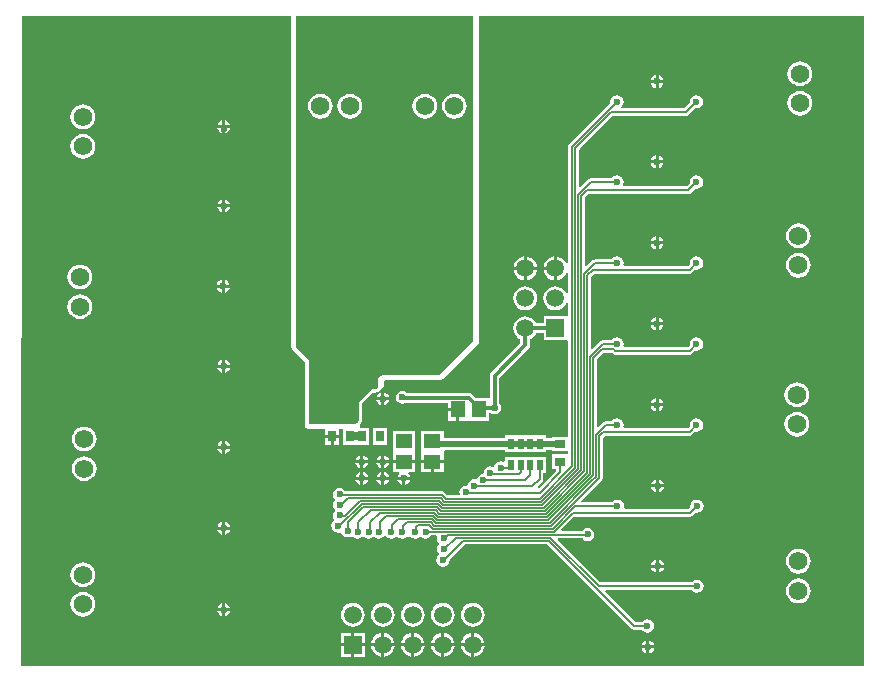
<source format=gbl>
G04*
G04 #@! TF.GenerationSoftware,Altium Limited,Altium Designer,20.0.10 (225)*
G04*
G04 Layer_Physical_Order=2*
G04 Layer_Color=16711680*
%FSLAX25Y25*%
%MOIN*%
G70*
G01*
G75*
%ADD15C,0.00500*%
%ADD38R,0.02756X0.03543*%
%ADD39R,0.03543X0.02756*%
%ADD40R,0.05512X0.04724*%
%ADD46R,0.04724X0.05512*%
%ADD49C,0.02000*%
%ADD50C,0.01200*%
%ADD51C,0.02700*%
%ADD55C,0.06201*%
%ADD56R,0.05906X0.05906*%
%ADD57C,0.05906*%
%ADD58R,0.05906X0.05906*%
%ADD59C,0.02362*%
%ADD60R,0.02362X0.03543*%
G36*
X273100Y205873D02*
X261627Y194400D01*
X243000D01*
X242364Y194136D01*
X241513Y193285D01*
X241249Y192649D01*
Y190522D01*
X240627Y189900D01*
X239400Y189900D01*
X235000Y185500D01*
Y183263D01*
X235000Y179376D01*
X235000Y179376D01*
Y179279D01*
X234982Y179190D01*
Y179186D01*
X234982Y179186D01*
X234980Y179184D01*
X234930Y179107D01*
X234862Y179037D01*
X234862Y179037D01*
X234849Y179023D01*
X234799Y178946D01*
X234797Y178945D01*
X234792Y178937D01*
X234724Y178867D01*
X234674Y178790D01*
X234641Y178706D01*
X234585Y178623D01*
X234584Y178617D01*
X234580Y178611D01*
X234562Y178513D01*
X234527Y178429D01*
X234509Y178339D01*
X233532Y178194D01*
X233523Y178193D01*
X218400Y178193D01*
Y199000D01*
X218136Y199636D01*
X213900Y203873D01*
Y314000D01*
X273100D01*
Y205873D01*
D02*
G37*
G36*
X212404Y314000D02*
X212404Y203653D01*
X212668Y203016D01*
X216904Y198780D01*
Y177653D01*
X217168Y177016D01*
X217374Y176810D01*
X218011Y176546D01*
X223669D01*
Y174500D01*
X226047D01*
X228425D01*
Y176546D01*
X229575D01*
Y174091D01*
X229557Y174000D01*
X229575Y173909D01*
Y171228D01*
X238425D01*
Y173909D01*
X238443Y174000D01*
X238425Y174091D01*
Y176772D01*
X235509D01*
Y178140D01*
X235527Y178230D01*
Y178233D01*
X235528Y178234D01*
X235530Y178235D01*
X235579Y178312D01*
X235647Y178381D01*
X235648Y178383D01*
X235661Y178396D01*
X235710Y178473D01*
X235711Y178473D01*
X235715Y178479D01*
X235716Y178480D01*
X235717Y178481D01*
X235717Y178482D01*
X235786Y178553D01*
X235835Y178629D01*
X235837Y178633D01*
X235841Y178637D01*
X235842Y178638D01*
X235874Y178722D01*
X235924Y178796D01*
X235925Y178802D01*
X235928Y178806D01*
X235946Y178904D01*
X235982Y178991D01*
X235985Y179007D01*
X235986Y179009D01*
X235986Y179010D01*
X236000Y179080D01*
Y179178D01*
X236002Y179186D01*
Y179190D01*
X236020Y179279D01*
Y179376D01*
X236020Y179376D01*
X236020Y183263D01*
Y185065D01*
X239781Y188281D01*
X241236Y188681D01*
X243353Y190302D01*
Y192429D01*
X243677Y192753D01*
X262304D01*
X262941Y193016D01*
X274941Y205016D01*
X275204Y205653D01*
X275204Y314000D01*
X403500Y314000D01*
X403500Y97500D01*
X122761Y97500D01*
X122408Y97854D01*
X122592Y314001D01*
X212404Y314000D01*
D02*
G37*
%LPC*%
G36*
X266843Y288136D02*
X265772Y287995D01*
X264775Y287582D01*
X263918Y286924D01*
X263261Y286068D01*
X262848Y285070D01*
X262707Y284000D01*
X262848Y282930D01*
X263261Y281932D01*
X263918Y281076D01*
X264775Y280418D01*
X265772Y280005D01*
X266843Y279864D01*
X267913Y280005D01*
X268910Y280418D01*
X269767Y281076D01*
X270424Y281932D01*
X270837Y282930D01*
X270978Y284000D01*
X270837Y285070D01*
X270424Y286068D01*
X269767Y286924D01*
X268910Y287582D01*
X267913Y287995D01*
X266843Y288136D01*
D02*
G37*
G36*
X257000D02*
X255930Y287995D01*
X254932Y287582D01*
X254076Y286924D01*
X253418Y286068D01*
X253005Y285070D01*
X252864Y284000D01*
X253005Y282930D01*
X253418Y281932D01*
X254076Y281076D01*
X254932Y280418D01*
X255930Y280005D01*
X257000Y279864D01*
X258070Y280005D01*
X259068Y280418D01*
X259924Y281076D01*
X260582Y281932D01*
X260995Y282930D01*
X261136Y284000D01*
X260995Y285070D01*
X260582Y286068D01*
X259924Y286924D01*
X259068Y287582D01*
X258070Y287995D01*
X257000Y288136D01*
D02*
G37*
G36*
X232000D02*
X230930Y287995D01*
X229932Y287582D01*
X229076Y286924D01*
X228418Y286068D01*
X228005Y285070D01*
X227864Y284000D01*
X228005Y282930D01*
X228418Y281932D01*
X229076Y281076D01*
X229932Y280418D01*
X230930Y280005D01*
X232000Y279864D01*
X233070Y280005D01*
X234068Y280418D01*
X234924Y281076D01*
X235582Y281932D01*
X235995Y282930D01*
X236136Y284000D01*
X235995Y285070D01*
X235582Y286068D01*
X234924Y286924D01*
X234068Y287582D01*
X233070Y287995D01*
X232000Y288136D01*
D02*
G37*
G36*
X222158D02*
X221087Y287995D01*
X220090Y287582D01*
X219233Y286924D01*
X218576Y286068D01*
X218163Y285070D01*
X218022Y284000D01*
X218163Y282930D01*
X218576Y281932D01*
X219233Y281076D01*
X220090Y280418D01*
X221087Y280005D01*
X222158Y279864D01*
X223228Y280005D01*
X224225Y280418D01*
X225082Y281076D01*
X225739Y281932D01*
X226152Y282930D01*
X226293Y284000D01*
X226152Y285070D01*
X225739Y286068D01*
X225082Y286924D01*
X224225Y287582D01*
X223228Y287995D01*
X222158Y288136D01*
D02*
G37*
G36*
X334886Y294382D02*
Y292757D01*
X336511D01*
X336441Y293109D01*
X335959Y293830D01*
X335237Y294312D01*
X334886Y294382D01*
D02*
G37*
G36*
X333886D02*
X333535Y294312D01*
X332814Y293830D01*
X332332Y293109D01*
X332262Y292757D01*
X333886D01*
Y294382D01*
D02*
G37*
G36*
X382000Y298978D02*
X380930Y298837D01*
X379932Y298424D01*
X379076Y297767D01*
X378418Y296910D01*
X378005Y295913D01*
X377864Y294843D01*
X378005Y293772D01*
X378418Y292775D01*
X379076Y291918D01*
X379932Y291261D01*
X380930Y290848D01*
X382000Y290707D01*
X383070Y290848D01*
X384068Y291261D01*
X384924Y291918D01*
X385582Y292775D01*
X385995Y293772D01*
X386136Y294843D01*
X385995Y295913D01*
X385582Y296910D01*
X384924Y297767D01*
X384068Y298424D01*
X383070Y298837D01*
X382000Y298978D01*
D02*
G37*
G36*
X336511Y291757D02*
X334886D01*
Y290133D01*
X335237Y290203D01*
X335959Y290685D01*
X336441Y291406D01*
X336511Y291757D01*
D02*
G37*
G36*
X333886D02*
X332262D01*
X332332Y291406D01*
X332814Y290685D01*
X333535Y290203D01*
X333886Y290133D01*
Y291757D01*
D02*
G37*
G36*
X347500Y287724D02*
X346649Y287555D01*
X345928Y287072D01*
X345445Y286351D01*
X345276Y285500D01*
X345346Y285149D01*
X343472Y283275D01*
X330923D01*
X330707Y283317D01*
X322559D01*
X322408Y283817D01*
X322572Y283927D01*
X323055Y284649D01*
X323224Y285500D01*
X323055Y286351D01*
X322572Y287072D01*
X321851Y287555D01*
X321000Y287724D01*
X320149Y287555D01*
X319427Y287072D01*
X318945Y286351D01*
X318776Y285500D01*
X318846Y285149D01*
X305099Y271401D01*
X304822Y270988D01*
X304726Y270500D01*
Y231434D01*
X304225Y231335D01*
X303953Y231993D01*
X303319Y232819D01*
X302493Y233453D01*
X301532Y233851D01*
X301000Y233921D01*
Y230000D01*
Y226079D01*
X301532Y226149D01*
X302493Y226547D01*
X303319Y227181D01*
X303953Y228007D01*
X304225Y228665D01*
X304726Y228566D01*
Y221434D01*
X304225Y221335D01*
X303953Y221993D01*
X303319Y222819D01*
X302493Y223453D01*
X301532Y223851D01*
X300500Y223987D01*
X299468Y223851D01*
X298507Y223453D01*
X297681Y222819D01*
X297047Y221993D01*
X296649Y221032D01*
X296513Y220000D01*
X296649Y218968D01*
X297047Y218007D01*
X297681Y217181D01*
X298507Y216547D01*
X299468Y216149D01*
X300500Y216013D01*
X301532Y216149D01*
X302493Y216547D01*
X303319Y217181D01*
X303953Y218007D01*
X304225Y218665D01*
X304726Y218566D01*
Y214340D01*
X304453Y213953D01*
X304225Y213953D01*
X296547D01*
Y211631D01*
X294103D01*
X293953Y211993D01*
X293319Y212819D01*
X292493Y213453D01*
X291532Y213851D01*
X290500Y213987D01*
X289468Y213851D01*
X288507Y213453D01*
X287681Y212819D01*
X287047Y211993D01*
X286649Y211032D01*
X286513Y210000D01*
X286649Y208968D01*
X287047Y208007D01*
X287681Y207181D01*
X288507Y206547D01*
X288869Y206397D01*
Y205176D01*
X279084Y195391D01*
X278730Y194862D01*
X278606Y194237D01*
Y187173D01*
X278405Y186756D01*
X273988D01*
X272735Y188010D01*
X272205Y188363D01*
X271581Y188487D01*
X251129D01*
X251073Y188573D01*
X250351Y189055D01*
X249500Y189224D01*
X248649Y189055D01*
X247927Y188573D01*
X247445Y187851D01*
X247276Y187000D01*
X247445Y186149D01*
X247927Y185427D01*
X248649Y184945D01*
X249500Y184776D01*
X250351Y184945D01*
X250769Y185225D01*
X264595D01*
Y183500D01*
X267957D01*
Y183000D01*
X268457D01*
Y179244D01*
X271319D01*
X271319Y179244D01*
X271681D01*
Y179244D01*
X271819Y179244D01*
X278405D01*
Y181585D01*
X278906Y181795D01*
X279386Y181473D01*
X280238Y181304D01*
X281088Y181473D01*
X281810Y181955D01*
X282292Y182677D01*
X282461Y183528D01*
X282292Y184379D01*
X281869Y185012D01*
Y193562D01*
X291653Y203346D01*
X292007Y203876D01*
X292131Y204500D01*
Y206397D01*
X292493Y206547D01*
X293319Y207181D01*
X293953Y208007D01*
X294103Y208369D01*
X296547D01*
Y206047D01*
X304225D01*
X304453Y206047D01*
X304726Y205660D01*
Y173831D01*
X299228D01*
Y173537D01*
X297406D01*
Y174315D01*
X283594D01*
Y173582D01*
X263256D01*
Y175906D01*
X255744D01*
Y169319D01*
X255744Y169181D01*
Y168819D01*
X255744Y168681D01*
Y165957D01*
X263256D01*
Y168681D01*
X263256Y168819D01*
Y169181D01*
X263679Y169504D01*
X283594D01*
Y168772D01*
X297406D01*
Y169459D01*
X299228D01*
Y169075D01*
X304726D01*
Y167925D01*
X299228D01*
Y163169D01*
X300726D01*
Y162528D01*
X294927Y156729D01*
X294766Y156757D01*
X294596Y157293D01*
X296126Y158823D01*
X296402Y159237D01*
X296499Y159724D01*
Y161685D01*
X297406D01*
Y167228D01*
X283594D01*
Y165763D01*
X283154Y165527D01*
X283083Y165574D01*
X282232Y165744D01*
X281381Y165574D01*
X280660Y165092D01*
X280178Y164371D01*
X280118Y164068D01*
X279566Y163860D01*
X278842Y164004D01*
X277991Y163835D01*
X277270Y163353D01*
X276787Y162631D01*
X276669Y162036D01*
X276597Y161767D01*
X276169Y161477D01*
X275689Y161382D01*
X274968Y160900D01*
X274486Y160178D01*
X274463Y160067D01*
X273880Y159698D01*
X273462Y159781D01*
X272611Y159611D01*
X271889Y159129D01*
X271407Y158408D01*
X271294Y157840D01*
X270783Y157479D01*
X270743Y157486D01*
X269892Y157317D01*
X269170Y156835D01*
X268689Y156114D01*
X268519Y155263D01*
X268595Y154882D01*
X268278Y154496D01*
X264449D01*
X263543Y155401D01*
X263130Y155677D01*
X262642Y155774D01*
X230436D01*
X230163Y156183D01*
X229442Y156665D01*
X228590Y156834D01*
X227740Y156665D01*
X227018Y156183D01*
X226536Y155461D01*
X226367Y154610D01*
X226536Y153759D01*
X227018Y153038D01*
Y152683D01*
X226536Y151961D01*
X226367Y151110D01*
X226536Y150259D01*
X227018Y149538D01*
Y149183D01*
X226536Y148461D01*
X226367Y147610D01*
X226536Y146759D01*
X227018Y146038D01*
Y146017D01*
X226518Y145683D01*
X226036Y144961D01*
X225867Y144110D01*
X226036Y143259D01*
X226518Y142538D01*
X227239Y142056D01*
X228091Y141886D01*
X228595Y141987D01*
X229171Y141654D01*
X229174Y141642D01*
X229656Y140921D01*
X230377Y140439D01*
X231228Y140269D01*
X232079Y140439D01*
X232774Y140903D01*
X233018Y140538D01*
X233739Y140056D01*
X234591Y139886D01*
X235442Y140056D01*
X236049Y140462D01*
X236607Y140464D01*
X236690Y140427D01*
X237381Y139965D01*
X238232Y139796D01*
X239083Y139965D01*
X239805Y140447D01*
X239852Y140518D01*
X240064D01*
X240785Y140036D01*
X241636Y139867D01*
X242487Y140036D01*
X243209Y140518D01*
X243360Y140745D01*
X243961D01*
X244160Y140447D01*
X244881Y139965D01*
X245732Y139796D01*
X246583Y139965D01*
X247299Y140443D01*
X247420Y140518D01*
X247850D01*
X248572Y140036D01*
X249423Y139867D01*
X250274Y140036D01*
X250995Y140518D01*
X251258Y140911D01*
X251854Y140904D01*
X252160Y140447D01*
X252881Y139965D01*
X253732Y139796D01*
X254583Y139965D01*
X255305Y140447D01*
X255660D01*
X256381Y139965D01*
X257232Y139796D01*
X258083Y139965D01*
X258805Y140447D01*
X259139Y140947D01*
X260683D01*
X261093Y140447D01*
X261008Y140020D01*
X261178Y139169D01*
X261598Y138540D01*
X261634Y138214D01*
X261598Y137887D01*
X261178Y137259D01*
X261008Y136407D01*
X261178Y135556D01*
X261572Y134967D01*
X261551Y134352D01*
X261471Y134298D01*
X260989Y133577D01*
X260820Y132726D01*
X260989Y131875D01*
X261471Y131153D01*
X262193Y130671D01*
X263043Y130502D01*
X263895Y130671D01*
X264616Y131153D01*
X265098Y131875D01*
X265267Y132726D01*
X265245Y132838D01*
X270354Y137947D01*
X297836D01*
X325894Y109889D01*
X326307Y109613D01*
X326795Y109516D01*
X329438D01*
X329637Y109218D01*
X330358Y108736D01*
X331209Y108567D01*
X332060Y108736D01*
X332782Y109218D01*
X333264Y109940D01*
X333433Y110791D01*
X333264Y111642D01*
X332782Y112363D01*
X332060Y112845D01*
X331209Y113014D01*
X330358Y112845D01*
X329637Y112363D01*
X329438Y112065D01*
X327323D01*
X317135Y122254D01*
X317326Y122715D01*
X345891D01*
X346090Y122417D01*
X346811Y121935D01*
X347662Y121766D01*
X348514Y121935D01*
X349235Y122417D01*
X349717Y123139D01*
X349886Y123990D01*
X349717Y124841D01*
X349235Y125562D01*
X348514Y126044D01*
X347662Y126214D01*
X346811Y126044D01*
X346090Y125562D01*
X345891Y125264D01*
X315538D01*
X301318Y139485D01*
X301509Y139947D01*
X309566D01*
X309718Y139718D01*
X310440Y139236D01*
X311291Y139067D01*
X312142Y139236D01*
X312863Y139718D01*
X313346Y140440D01*
X313515Y141291D01*
X313346Y142142D01*
X312863Y142864D01*
X312142Y143346D01*
X311291Y143515D01*
X310440Y143346D01*
X309718Y142864D01*
X309473Y142496D01*
X302694D01*
X302503Y142958D01*
X306770Y147225D01*
X345500D01*
X345988Y147322D01*
X346401Y147599D01*
X347334Y148531D01*
X347685Y148461D01*
X348536Y148630D01*
X349257Y149113D01*
X349740Y149834D01*
X349909Y150685D01*
X349740Y151536D01*
X349257Y152258D01*
X348536Y152740D01*
X347685Y152909D01*
X346834Y152740D01*
X346112Y152258D01*
X345631Y151536D01*
X345461Y150685D01*
X345531Y150333D01*
X344972Y149775D01*
X323738D01*
X323327Y150275D01*
X323409Y150685D01*
X323240Y151536D01*
X322758Y152258D01*
X322036Y152740D01*
X321185Y152909D01*
X320334Y152740D01*
X319613Y152258D01*
X319413Y151960D01*
X309329D01*
X309138Y152421D01*
X315901Y159185D01*
X316178Y159598D01*
X316274Y160086D01*
Y173558D01*
X316942Y174225D01*
X345272D01*
X345759Y174322D01*
X346173Y174599D01*
X347148Y175574D01*
X347500Y175505D01*
X348351Y175674D01*
X349073Y176156D01*
X349554Y176877D01*
X349724Y177728D01*
X349554Y178579D01*
X349073Y179301D01*
X348351Y179783D01*
X347500Y179952D01*
X346649Y179783D01*
X345928Y179301D01*
X345445Y178579D01*
X345276Y177728D01*
X345346Y177377D01*
X344744Y176775D01*
X323541D01*
X323133Y177275D01*
X323224Y177728D01*
X323055Y178579D01*
X322572Y179301D01*
X321851Y179783D01*
X321000Y179952D01*
X320149Y179783D01*
X319427Y179301D01*
X319228Y179003D01*
X317228D01*
X316741Y178906D01*
X316327Y178630D01*
X314736Y177039D01*
X314275Y177230D01*
Y199558D01*
X316485Y201768D01*
X319426D01*
X319596Y201599D01*
X320010Y201323D01*
X320497Y201225D01*
X345272D01*
X345759Y201323D01*
X346173Y201599D01*
X347148Y202574D01*
X347500Y202504D01*
X348351Y202674D01*
X349073Y203156D01*
X349554Y203877D01*
X349724Y204728D01*
X349554Y205579D01*
X349073Y206301D01*
X348351Y206783D01*
X347500Y206952D01*
X346649Y206783D01*
X345928Y206301D01*
X345445Y205579D01*
X345276Y204728D01*
X345346Y204377D01*
X344744Y203774D01*
X323541D01*
X323133Y204275D01*
X323224Y204728D01*
X323055Y205579D01*
X322572Y206301D01*
X321851Y206783D01*
X321000Y206952D01*
X320149Y206783D01*
X319427Y206301D01*
X319228Y206003D01*
X316228D01*
X315741Y205906D01*
X315327Y205629D01*
X312736Y203039D01*
X312275Y203230D01*
Y227058D01*
X313442Y228225D01*
X345272D01*
X345759Y228323D01*
X346173Y228599D01*
X347148Y229574D01*
X347500Y229504D01*
X348351Y229674D01*
X349073Y230156D01*
X349554Y230877D01*
X349724Y231728D01*
X349554Y232579D01*
X349073Y233301D01*
X348351Y233783D01*
X347500Y233952D01*
X346649Y233783D01*
X345928Y233301D01*
X345445Y232579D01*
X345276Y231728D01*
X345346Y231377D01*
X344744Y230774D01*
X323541D01*
X323133Y231275D01*
X323224Y231728D01*
X323055Y232579D01*
X322572Y233301D01*
X321851Y233783D01*
X321000Y233952D01*
X320149Y233783D01*
X319427Y233301D01*
X319228Y233003D01*
X313728D01*
X313241Y232906D01*
X312827Y232629D01*
X310736Y230539D01*
X310275Y230730D01*
Y253558D01*
X311442Y254726D01*
X344772D01*
X345259Y254822D01*
X345673Y255099D01*
X347148Y256574D01*
X347500Y256505D01*
X348351Y256674D01*
X349073Y257156D01*
X349554Y257877D01*
X349724Y258728D01*
X349554Y259579D01*
X349073Y260301D01*
X348351Y260783D01*
X347500Y260952D01*
X346649Y260783D01*
X345928Y260301D01*
X345445Y259579D01*
X345276Y258728D01*
X345346Y258377D01*
X344244Y257275D01*
X323182D01*
X322946Y257716D01*
X323055Y257877D01*
X323224Y258728D01*
X323055Y259579D01*
X322572Y260301D01*
X321851Y260783D01*
X321000Y260952D01*
X320149Y260783D01*
X319427Y260301D01*
X319228Y260003D01*
X312228D01*
X311741Y259906D01*
X311327Y259630D01*
X308736Y257039D01*
X308275Y257230D01*
Y269472D01*
X308608Y269806D01*
X308781Y270064D01*
X319485Y280768D01*
X330534D01*
X330750Y280726D01*
X344000D01*
X344488Y280822D01*
X344901Y281099D01*
X347148Y283346D01*
X347500Y283276D01*
X348351Y283445D01*
X349073Y283927D01*
X349555Y284649D01*
X349724Y285500D01*
X349555Y286351D01*
X349073Y287072D01*
X348351Y287555D01*
X347500Y287724D01*
D02*
G37*
G36*
X382000Y289136D02*
X380930Y288995D01*
X379932Y288582D01*
X379076Y287924D01*
X378418Y287068D01*
X378005Y286070D01*
X377864Y285000D01*
X378005Y283930D01*
X378418Y282932D01*
X379076Y282076D01*
X379932Y281418D01*
X380930Y281005D01*
X382000Y280864D01*
X383070Y281005D01*
X384068Y281418D01*
X384924Y282076D01*
X385582Y282932D01*
X385995Y283930D01*
X386136Y285000D01*
X385995Y286070D01*
X385582Y287068D01*
X384924Y287924D01*
X384068Y288582D01*
X383070Y288995D01*
X382000Y289136D01*
D02*
G37*
G36*
X190464Y279351D02*
Y277727D01*
X192089D01*
X192019Y278078D01*
X191537Y278799D01*
X190815Y279281D01*
X190464Y279351D01*
D02*
G37*
G36*
X189464D02*
X189113Y279281D01*
X188392Y278799D01*
X187910Y278078D01*
X187840Y277727D01*
X189464D01*
Y279351D01*
D02*
G37*
G36*
X142964Y284622D02*
X141894Y284481D01*
X140896Y284068D01*
X140040Y283411D01*
X139383Y282554D01*
X138969Y281557D01*
X138828Y280486D01*
X138969Y279416D01*
X139383Y278418D01*
X140040Y277562D01*
X140896Y276905D01*
X141894Y276491D01*
X142964Y276351D01*
X144035Y276491D01*
X145032Y276905D01*
X145889Y277562D01*
X146546Y278418D01*
X146959Y279416D01*
X147100Y280486D01*
X146959Y281557D01*
X146546Y282554D01*
X145889Y283411D01*
X145032Y284068D01*
X144035Y284481D01*
X142964Y284622D01*
D02*
G37*
G36*
X192089Y276727D02*
X190464D01*
Y275102D01*
X190815Y275172D01*
X191537Y275654D01*
X192019Y276376D01*
X192089Y276727D01*
D02*
G37*
G36*
X189464D02*
X187840D01*
X187910Y276376D01*
X188392Y275654D01*
X189113Y275172D01*
X189464Y275102D01*
Y276727D01*
D02*
G37*
G36*
X142964Y274780D02*
X141894Y274639D01*
X140896Y274225D01*
X140040Y273568D01*
X139383Y272712D01*
X138969Y271714D01*
X138828Y270644D01*
X138969Y269573D01*
X139383Y268576D01*
X140040Y267719D01*
X140896Y267062D01*
X141894Y266649D01*
X142964Y266508D01*
X144035Y266649D01*
X145032Y267062D01*
X145889Y267719D01*
X146546Y268576D01*
X146959Y269573D01*
X147100Y270644D01*
X146959Y271714D01*
X146546Y272712D01*
X145889Y273568D01*
X145032Y274225D01*
X144035Y274639D01*
X142964Y274780D01*
D02*
G37*
G36*
X334886Y267610D02*
Y265986D01*
X336511D01*
X336441Y266337D01*
X335959Y267058D01*
X335237Y267540D01*
X334886Y267610D01*
D02*
G37*
G36*
X333886D02*
X333535Y267540D01*
X332814Y267058D01*
X332332Y266337D01*
X332262Y265986D01*
X333886D01*
Y267610D01*
D02*
G37*
G36*
X336511Y264986D02*
X334886D01*
Y263361D01*
X335237Y263431D01*
X335959Y263913D01*
X336441Y264635D01*
X336511Y264986D01*
D02*
G37*
G36*
X333886D02*
X332262D01*
X332332Y264635D01*
X332814Y263913D01*
X333535Y263431D01*
X333886Y263361D01*
Y264986D01*
D02*
G37*
G36*
X190464Y252981D02*
Y251356D01*
X192089D01*
X192019Y251707D01*
X191537Y252429D01*
X190815Y252911D01*
X190464Y252981D01*
D02*
G37*
G36*
X189464D02*
X189113Y252911D01*
X188392Y252429D01*
X187910Y251707D01*
X187840Y251356D01*
X189464D01*
Y252981D01*
D02*
G37*
G36*
X192089Y250356D02*
X190464D01*
Y248732D01*
X190815Y248802D01*
X191537Y249284D01*
X192019Y250005D01*
X192089Y250356D01*
D02*
G37*
G36*
X189464D02*
X187840D01*
X187910Y250005D01*
X188392Y249284D01*
X189113Y248802D01*
X189464Y248732D01*
Y250356D01*
D02*
G37*
G36*
X334886Y240610D02*
Y238986D01*
X336511D01*
X336441Y239337D01*
X335959Y240058D01*
X335237Y240540D01*
X334886Y240610D01*
D02*
G37*
G36*
X333886D02*
X333535Y240540D01*
X332814Y240058D01*
X332332Y239337D01*
X332262Y238986D01*
X333886D01*
Y240610D01*
D02*
G37*
G36*
X381500Y244978D02*
X380430Y244837D01*
X379432Y244424D01*
X378576Y243767D01*
X377918Y242910D01*
X377505Y241913D01*
X377364Y240843D01*
X377505Y239772D01*
X377918Y238775D01*
X378576Y237918D01*
X379432Y237261D01*
X380430Y236848D01*
X381500Y236707D01*
X382570Y236848D01*
X383568Y237261D01*
X384424Y237918D01*
X385082Y238775D01*
X385495Y239772D01*
X385636Y240843D01*
X385495Y241913D01*
X385082Y242910D01*
X384424Y243767D01*
X383568Y244424D01*
X382570Y244837D01*
X381500Y244978D01*
D02*
G37*
G36*
X336511Y237986D02*
X334886D01*
Y236361D01*
X335237Y236431D01*
X335959Y236913D01*
X336441Y237635D01*
X336511Y237986D01*
D02*
G37*
G36*
X333886D02*
X332262D01*
X332332Y237635D01*
X332814Y236913D01*
X333535Y236431D01*
X333886Y236361D01*
Y237986D01*
D02*
G37*
G36*
X291000Y233921D02*
Y230500D01*
X294421D01*
X294351Y231032D01*
X293953Y231993D01*
X293319Y232819D01*
X292493Y233453D01*
X291532Y233851D01*
X291000Y233921D01*
D02*
G37*
G36*
X300000D02*
X299468Y233851D01*
X298507Y233453D01*
X297681Y232819D01*
X297047Y231993D01*
X296649Y231032D01*
X296579Y230500D01*
X300000D01*
Y233921D01*
D02*
G37*
G36*
X290000D02*
X289468Y233851D01*
X288507Y233453D01*
X287681Y232819D01*
X287047Y231993D01*
X286649Y231032D01*
X286579Y230500D01*
X290000D01*
Y233921D01*
D02*
G37*
G36*
X381500Y235136D02*
X380430Y234995D01*
X379432Y234582D01*
X378576Y233924D01*
X377918Y233068D01*
X377505Y232070D01*
X377364Y231000D01*
X377505Y229930D01*
X377918Y228932D01*
X378576Y228076D01*
X379432Y227418D01*
X380430Y227005D01*
X381500Y226864D01*
X382570Y227005D01*
X383568Y227418D01*
X384424Y228076D01*
X385082Y228932D01*
X385495Y229930D01*
X385636Y231000D01*
X385495Y232070D01*
X385082Y233068D01*
X384424Y233924D01*
X383568Y234582D01*
X382570Y234995D01*
X381500Y235136D01*
D02*
G37*
G36*
X294421Y229500D02*
X291000D01*
Y226079D01*
X291532Y226149D01*
X292493Y226547D01*
X293319Y227181D01*
X293953Y228007D01*
X294351Y228968D01*
X294421Y229500D01*
D02*
G37*
G36*
X300000D02*
X296579D01*
X296649Y228968D01*
X297047Y228007D01*
X297681Y227181D01*
X298507Y226547D01*
X299468Y226149D01*
X300000Y226079D01*
Y229500D01*
D02*
G37*
G36*
X290000D02*
X286579D01*
X286649Y228968D01*
X287047Y228007D01*
X287681Y227181D01*
X288507Y226547D01*
X289468Y226149D01*
X290000Y226079D01*
Y229500D01*
D02*
G37*
G36*
X190279Y226166D02*
Y224541D01*
X191903D01*
X191834Y224892D01*
X191352Y225614D01*
X190630Y226096D01*
X190279Y226166D01*
D02*
G37*
G36*
X189279D02*
X188928Y226096D01*
X188207Y225614D01*
X187725Y224892D01*
X187655Y224541D01*
X189279D01*
Y226166D01*
D02*
G37*
G36*
X141964Y231205D02*
X140894Y231064D01*
X139896Y230651D01*
X139040Y229993D01*
X138382Y229137D01*
X137969Y228139D01*
X137828Y227069D01*
X137969Y225999D01*
X138382Y225001D01*
X139040Y224145D01*
X139896Y223487D01*
X140894Y223074D01*
X141964Y222933D01*
X143035Y223074D01*
X144032Y223487D01*
X144889Y224145D01*
X145546Y225001D01*
X145959Y225999D01*
X146100Y227069D01*
X145959Y228139D01*
X145546Y229137D01*
X144889Y229993D01*
X144032Y230651D01*
X143035Y231064D01*
X141964Y231205D01*
D02*
G37*
G36*
X191903Y223541D02*
X190279D01*
Y221917D01*
X190630Y221987D01*
X191352Y222469D01*
X191834Y223190D01*
X191903Y223541D01*
D02*
G37*
G36*
X189279D02*
X187655D01*
X187725Y223190D01*
X188207Y222469D01*
X188928Y221987D01*
X189279Y221917D01*
Y223541D01*
D02*
G37*
G36*
X290500Y223987D02*
X289468Y223851D01*
X288507Y223453D01*
X287681Y222819D01*
X287047Y221993D01*
X286649Y221032D01*
X286513Y220000D01*
X286649Y218968D01*
X287047Y218007D01*
X287681Y217181D01*
X288507Y216547D01*
X289468Y216149D01*
X290500Y216013D01*
X291532Y216149D01*
X292493Y216547D01*
X293319Y217181D01*
X293953Y218007D01*
X294351Y218968D01*
X294487Y220000D01*
X294351Y221032D01*
X293953Y221993D01*
X293319Y222819D01*
X292493Y223453D01*
X291532Y223851D01*
X290500Y223987D01*
D02*
G37*
G36*
X141964Y221362D02*
X140894Y221221D01*
X139896Y220808D01*
X139040Y220151D01*
X138382Y219294D01*
X137969Y218297D01*
X137828Y217227D01*
X137969Y216156D01*
X138382Y215159D01*
X139040Y214302D01*
X139896Y213645D01*
X140894Y213232D01*
X141964Y213091D01*
X143035Y213232D01*
X144032Y213645D01*
X144889Y214302D01*
X145546Y215159D01*
X145959Y216156D01*
X146100Y217227D01*
X145959Y218297D01*
X145546Y219294D01*
X144889Y220151D01*
X144032Y220808D01*
X143035Y221221D01*
X141964Y221362D01*
D02*
G37*
G36*
X334886Y213610D02*
Y211986D01*
X336511D01*
X336441Y212337D01*
X335959Y213058D01*
X335237Y213540D01*
X334886Y213610D01*
D02*
G37*
G36*
X333886D02*
X333535Y213540D01*
X332814Y213058D01*
X332332Y212337D01*
X332262Y211986D01*
X333886D01*
Y213610D01*
D02*
G37*
G36*
X336511Y210986D02*
X334886D01*
Y209361D01*
X335237Y209431D01*
X335959Y209913D01*
X336441Y210635D01*
X336511Y210986D01*
D02*
G37*
G36*
X333886D02*
X332262D01*
X332332Y210635D01*
X332814Y209913D01*
X333535Y209431D01*
X333886Y209361D01*
Y210986D01*
D02*
G37*
G36*
X190464Y199481D02*
Y197856D01*
X192089D01*
X192019Y198207D01*
X191537Y198929D01*
X190815Y199411D01*
X190464Y199481D01*
D02*
G37*
G36*
X189464D02*
X189113Y199411D01*
X188392Y198929D01*
X187910Y198207D01*
X187840Y197856D01*
X189464D01*
Y199481D01*
D02*
G37*
G36*
X192089Y196856D02*
X190464D01*
Y195232D01*
X190815Y195302D01*
X191537Y195784D01*
X192019Y196505D01*
X192089Y196856D01*
D02*
G37*
G36*
X189464D02*
X187840D01*
X187910Y196505D01*
X188392Y195784D01*
X189113Y195302D01*
X189464Y195232D01*
Y196856D01*
D02*
G37*
G36*
X243500Y188624D02*
Y187000D01*
X245124D01*
X245055Y187351D01*
X244572Y188073D01*
X243851Y188555D01*
X243500Y188624D01*
D02*
G37*
G36*
X242500D02*
X242149Y188555D01*
X241427Y188073D01*
X240945Y187351D01*
X240876Y187000D01*
X242500D01*
Y188624D01*
D02*
G37*
G36*
X334886Y186610D02*
Y184986D01*
X336511D01*
X336441Y185337D01*
X335959Y186058D01*
X335237Y186540D01*
X334886Y186610D01*
D02*
G37*
G36*
X333886D02*
X333535Y186540D01*
X332814Y186058D01*
X332332Y185337D01*
X332262Y184986D01*
X333886D01*
Y186610D01*
D02*
G37*
G36*
X245124Y186000D02*
X243500D01*
Y184376D01*
X243851Y184446D01*
X244572Y184927D01*
X245055Y185649D01*
X245124Y186000D01*
D02*
G37*
G36*
X242500D02*
X240876D01*
X240945Y185649D01*
X241427Y184927D01*
X242149Y184446D01*
X242500Y184376D01*
Y186000D01*
D02*
G37*
G36*
X381000Y191978D02*
X379930Y191837D01*
X378932Y191424D01*
X378076Y190767D01*
X377418Y189910D01*
X377005Y188913D01*
X376864Y187843D01*
X377005Y186772D01*
X377418Y185775D01*
X378076Y184918D01*
X378932Y184261D01*
X379930Y183848D01*
X381000Y183707D01*
X382070Y183848D01*
X383068Y184261D01*
X383924Y184918D01*
X384582Y185775D01*
X384995Y186772D01*
X385136Y187843D01*
X384995Y188913D01*
X384582Y189910D01*
X383924Y190767D01*
X383068Y191424D01*
X382070Y191837D01*
X381000Y191978D01*
D02*
G37*
G36*
X336511Y183986D02*
X334886D01*
Y182361D01*
X335237Y182431D01*
X335959Y182913D01*
X336441Y183635D01*
X336511Y183986D01*
D02*
G37*
G36*
X333886D02*
X332262D01*
X332332Y183635D01*
X332814Y182913D01*
X333535Y182431D01*
X333886Y182361D01*
Y183986D01*
D02*
G37*
G36*
X267457Y182500D02*
X264595D01*
Y179244D01*
X267457D01*
Y182500D01*
D02*
G37*
G36*
X381000Y182136D02*
X379930Y181995D01*
X378932Y181582D01*
X378076Y180924D01*
X377418Y180068D01*
X377005Y179070D01*
X376864Y178000D01*
X377005Y176930D01*
X377418Y175932D01*
X378076Y175076D01*
X378932Y174418D01*
X379930Y174005D01*
X381000Y173864D01*
X382070Y174005D01*
X383068Y174418D01*
X383924Y175076D01*
X384582Y175932D01*
X384995Y176930D01*
X385136Y178000D01*
X384995Y179070D01*
X384582Y180068D01*
X383924Y180924D01*
X383068Y181582D01*
X382070Y181995D01*
X381000Y182136D01*
D02*
G37*
G36*
X244331Y176772D02*
X239575D01*
Y171228D01*
X244331D01*
Y176772D01*
D02*
G37*
G36*
X228425Y173500D02*
X226547D01*
Y171228D01*
X228425D01*
Y173500D01*
D02*
G37*
G36*
X225547D02*
X223669D01*
Y171228D01*
X225547D01*
Y173500D01*
D02*
G37*
G36*
X190464Y172481D02*
Y170856D01*
X192089D01*
X192019Y171207D01*
X191537Y171929D01*
X190815Y172411D01*
X190464Y172481D01*
D02*
G37*
G36*
X189464D02*
X189113Y172411D01*
X188392Y171929D01*
X187910Y171207D01*
X187840Y170856D01*
X189464D01*
Y172481D01*
D02*
G37*
G36*
X143464Y177205D02*
X142394Y177064D01*
X141396Y176651D01*
X140540Y175993D01*
X139883Y175137D01*
X139469Y174139D01*
X139328Y173069D01*
X139469Y171999D01*
X139883Y171001D01*
X140540Y170145D01*
X141396Y169487D01*
X142394Y169074D01*
X143464Y168933D01*
X144535Y169074D01*
X145532Y169487D01*
X146389Y170145D01*
X147046Y171001D01*
X147459Y171999D01*
X147600Y173069D01*
X147459Y174139D01*
X147046Y175137D01*
X146389Y175993D01*
X145532Y176651D01*
X144535Y177064D01*
X143464Y177205D01*
D02*
G37*
G36*
X192089Y169856D02*
X190464D01*
Y168232D01*
X190815Y168302D01*
X191537Y168784D01*
X192019Y169505D01*
X192089Y169856D01*
D02*
G37*
G36*
X189464D02*
X187840D01*
X187910Y169505D01*
X188392Y168784D01*
X189113Y168302D01*
X189464Y168232D01*
Y169856D01*
D02*
G37*
G36*
X243500Y167624D02*
Y166000D01*
X245124D01*
X245055Y166351D01*
X244572Y167072D01*
X243851Y167554D01*
X243500Y167624D01*
D02*
G37*
G36*
X242500D02*
X242149Y167554D01*
X241427Y167072D01*
X240945Y166351D01*
X240876Y166000D01*
X242500D01*
Y167624D01*
D02*
G37*
G36*
X236500D02*
Y166000D01*
X238124D01*
X238055Y166351D01*
X237573Y167072D01*
X236851Y167554D01*
X236500Y167624D01*
D02*
G37*
G36*
X235500D02*
X235149Y167554D01*
X234427Y167072D01*
X233945Y166351D01*
X233876Y166000D01*
X235500D01*
Y167624D01*
D02*
G37*
G36*
X253756Y175906D02*
X246244D01*
Y169319D01*
X246244Y169181D01*
Y168819D01*
X246244Y168681D01*
Y165957D01*
X253756D01*
Y168681D01*
X253756Y168819D01*
Y169181D01*
X253756Y169319D01*
Y175906D01*
D02*
G37*
G36*
X245124Y165000D02*
X243500D01*
Y163376D01*
X243851Y163445D01*
X244572Y163927D01*
X245055Y164649D01*
X245124Y165000D01*
D02*
G37*
G36*
X242500D02*
X240876D01*
X240945Y164649D01*
X241427Y163927D01*
X242149Y163445D01*
X242500Y163376D01*
Y165000D01*
D02*
G37*
G36*
X238124D02*
X236500D01*
Y163376D01*
X236851Y163445D01*
X237573Y163927D01*
X238055Y164649D01*
X238124Y165000D01*
D02*
G37*
G36*
X235500D02*
X233876D01*
X233945Y164649D01*
X234427Y163927D01*
X235149Y163445D01*
X235500Y163376D01*
Y165000D01*
D02*
G37*
G36*
X263256Y164957D02*
X260000D01*
Y162094D01*
X263256D01*
Y164957D01*
D02*
G37*
G36*
X259000D02*
X255744D01*
Y162094D01*
X259000D01*
Y164957D01*
D02*
G37*
G36*
X253756D02*
X246244D01*
Y162094D01*
X248309D01*
X248460Y161594D01*
X248428Y161573D01*
X247945Y160851D01*
X247876Y160500D01*
X252124D01*
X252055Y160851D01*
X251572Y161573D01*
X251540Y161594D01*
X251691Y162094D01*
X253756D01*
Y164957D01*
D02*
G37*
G36*
X243500Y162124D02*
Y160500D01*
X245124D01*
X245055Y160851D01*
X244572Y161573D01*
X243851Y162055D01*
X243500Y162124D01*
D02*
G37*
G36*
X242500D02*
X242149Y162055D01*
X241427Y161573D01*
X240945Y160851D01*
X240876Y160500D01*
X242500D01*
Y162124D01*
D02*
G37*
G36*
X236500D02*
Y160500D01*
X238124D01*
X238055Y160851D01*
X237573Y161573D01*
X236851Y162055D01*
X236500Y162124D01*
D02*
G37*
G36*
X235500D02*
X235149Y162055D01*
X234427Y161573D01*
X233945Y160851D01*
X233876Y160500D01*
X235500D01*
Y162124D01*
D02*
G37*
G36*
X143464Y167362D02*
X142394Y167221D01*
X141396Y166808D01*
X140540Y166151D01*
X139883Y165294D01*
X139469Y164297D01*
X139328Y163226D01*
X139469Y162156D01*
X139883Y161159D01*
X140540Y160302D01*
X141396Y159645D01*
X142394Y159232D01*
X143464Y159091D01*
X144535Y159232D01*
X145532Y159645D01*
X146389Y160302D01*
X147046Y161159D01*
X147459Y162156D01*
X147600Y163226D01*
X147459Y164297D01*
X147046Y165294D01*
X146389Y166151D01*
X145532Y166808D01*
X144535Y167221D01*
X143464Y167362D01*
D02*
G37*
G36*
X335071Y159567D02*
Y157942D01*
X336696D01*
X336626Y158293D01*
X336144Y159015D01*
X335422Y159497D01*
X335071Y159567D01*
D02*
G37*
G36*
X334071D02*
X333720Y159497D01*
X332999Y159015D01*
X332517Y158293D01*
X332447Y157942D01*
X334071D01*
Y159567D01*
D02*
G37*
G36*
X252124Y159500D02*
X250500D01*
Y157876D01*
X250851Y157946D01*
X251572Y158428D01*
X252055Y159149D01*
X252124Y159500D01*
D02*
G37*
G36*
X249500D02*
X247876D01*
X247945Y159149D01*
X248428Y158428D01*
X249149Y157946D01*
X249500Y157876D01*
Y159500D01*
D02*
G37*
G36*
X245124D02*
X243500D01*
Y157876D01*
X243851Y157946D01*
X244572Y158428D01*
X245055Y159149D01*
X245124Y159500D01*
D02*
G37*
G36*
X242500D02*
X240876D01*
X240945Y159149D01*
X241427Y158428D01*
X242149Y157946D01*
X242500Y157876D01*
Y159500D01*
D02*
G37*
G36*
X238124D02*
X236500D01*
Y157876D01*
X236851Y157946D01*
X237573Y158428D01*
X238055Y159149D01*
X238124Y159500D01*
D02*
G37*
G36*
X235500D02*
X233876D01*
X233945Y159149D01*
X234427Y158428D01*
X235149Y157946D01*
X235500Y157876D01*
Y159500D01*
D02*
G37*
G36*
X336696Y156942D02*
X335071D01*
Y155318D01*
X335422Y155388D01*
X336144Y155870D01*
X336626Y156591D01*
X336696Y156942D01*
D02*
G37*
G36*
X334071D02*
X332447D01*
X332517Y156591D01*
X332999Y155870D01*
X333720Y155388D01*
X334071Y155318D01*
Y156942D01*
D02*
G37*
G36*
X190464Y145481D02*
Y143856D01*
X192089D01*
X192019Y144207D01*
X191537Y144929D01*
X190815Y145411D01*
X190464Y145481D01*
D02*
G37*
G36*
X189464D02*
X189113Y145411D01*
X188392Y144929D01*
X187910Y144207D01*
X187840Y143856D01*
X189464D01*
Y145481D01*
D02*
G37*
G36*
X192089Y142856D02*
X190464D01*
Y141232D01*
X190815Y141302D01*
X191537Y141784D01*
X192019Y142505D01*
X192089Y142856D01*
D02*
G37*
G36*
X189464D02*
X187840D01*
X187910Y142505D01*
X188392Y141784D01*
X189113Y141302D01*
X189464Y141232D01*
Y142856D01*
D02*
G37*
G36*
X335049Y132872D02*
Y131247D01*
X336673D01*
X336603Y131598D01*
X336121Y132320D01*
X335400Y132802D01*
X335049Y132872D01*
D02*
G37*
G36*
X334049D02*
X333698Y132802D01*
X332976Y132320D01*
X332494Y131598D01*
X332424Y131247D01*
X334049D01*
Y132872D01*
D02*
G37*
G36*
X336673Y130247D02*
X335049D01*
Y128623D01*
X335400Y128693D01*
X336121Y129175D01*
X336603Y129896D01*
X336673Y130247D01*
D02*
G37*
G36*
X334049D02*
X332424D01*
X332494Y129896D01*
X332976Y129175D01*
X333698Y128693D01*
X334049Y128623D01*
Y130247D01*
D02*
G37*
G36*
X381500Y136478D02*
X380430Y136337D01*
X379432Y135924D01*
X378576Y135267D01*
X377918Y134410D01*
X377505Y133413D01*
X377364Y132343D01*
X377505Y131272D01*
X377918Y130275D01*
X378576Y129418D01*
X379432Y128761D01*
X380430Y128348D01*
X381500Y128207D01*
X382570Y128348D01*
X383568Y128761D01*
X384424Y129418D01*
X385082Y130275D01*
X385495Y131272D01*
X385636Y132343D01*
X385495Y133413D01*
X385082Y134410D01*
X384424Y135267D01*
X383568Y135924D01*
X382570Y136337D01*
X381500Y136478D01*
D02*
G37*
G36*
X143000Y131978D02*
X141930Y131837D01*
X140932Y131424D01*
X140076Y130767D01*
X139418Y129910D01*
X139005Y128913D01*
X138864Y127842D01*
X139005Y126772D01*
X139418Y125775D01*
X140076Y124918D01*
X140932Y124261D01*
X141930Y123848D01*
X143000Y123707D01*
X144070Y123848D01*
X145068Y124261D01*
X145924Y124918D01*
X146582Y125775D01*
X146995Y126772D01*
X147136Y127842D01*
X146995Y128913D01*
X146582Y129910D01*
X145924Y130767D01*
X145068Y131424D01*
X144070Y131837D01*
X143000Y131978D01*
D02*
G37*
G36*
X381500Y126636D02*
X380430Y126495D01*
X379432Y126082D01*
X378576Y125424D01*
X377918Y124568D01*
X377505Y123570D01*
X377364Y122500D01*
X377505Y121430D01*
X377918Y120432D01*
X378576Y119576D01*
X379432Y118918D01*
X380430Y118505D01*
X381500Y118364D01*
X382570Y118505D01*
X383568Y118918D01*
X384424Y119576D01*
X385082Y120432D01*
X385495Y121430D01*
X385636Y122500D01*
X385495Y123570D01*
X385082Y124568D01*
X384424Y125424D01*
X383568Y126082D01*
X382570Y126495D01*
X381500Y126636D01*
D02*
G37*
G36*
X190464Y118351D02*
Y116727D01*
X192089D01*
X192019Y117078D01*
X191537Y117799D01*
X190815Y118281D01*
X190464Y118351D01*
D02*
G37*
G36*
X189464D02*
X189113Y118281D01*
X188392Y117799D01*
X187910Y117078D01*
X187840Y116727D01*
X189464D01*
Y118351D01*
D02*
G37*
G36*
X192089Y115726D02*
X190464D01*
Y114102D01*
X190815Y114172D01*
X191537Y114654D01*
X192019Y115375D01*
X192089Y115726D01*
D02*
G37*
G36*
X189464D02*
X187840D01*
X187910Y115375D01*
X188392Y114654D01*
X189113Y114172D01*
X189464Y114102D01*
Y115726D01*
D02*
G37*
G36*
X143000Y122136D02*
X141930Y121995D01*
X140932Y121582D01*
X140076Y120924D01*
X139418Y120068D01*
X139005Y119070D01*
X138864Y118000D01*
X139005Y116930D01*
X139418Y115932D01*
X140076Y115076D01*
X140932Y114418D01*
X141930Y114005D01*
X143000Y113864D01*
X144070Y114005D01*
X145068Y114418D01*
X145924Y115076D01*
X146582Y115932D01*
X146995Y116930D01*
X147136Y118000D01*
X146995Y119070D01*
X146582Y120068D01*
X145924Y120924D01*
X145068Y121582D01*
X144070Y121995D01*
X143000Y122136D01*
D02*
G37*
G36*
X273000Y118487D02*
X271968Y118351D01*
X271007Y117953D01*
X270181Y117319D01*
X269547Y116493D01*
X269149Y115532D01*
X269013Y114500D01*
X269149Y113468D01*
X269547Y112507D01*
X270181Y111681D01*
X271007Y111047D01*
X271968Y110649D01*
X273000Y110513D01*
X274032Y110649D01*
X274993Y111047D01*
X275819Y111681D01*
X276453Y112507D01*
X276851Y113468D01*
X276987Y114500D01*
X276851Y115532D01*
X276453Y116493D01*
X275819Y117319D01*
X274993Y117953D01*
X274032Y118351D01*
X273000Y118487D01*
D02*
G37*
G36*
X263000D02*
X261968Y118351D01*
X261007Y117953D01*
X260181Y117319D01*
X259547Y116493D01*
X259149Y115532D01*
X259013Y114500D01*
X259149Y113468D01*
X259547Y112507D01*
X260181Y111681D01*
X261007Y111047D01*
X261968Y110649D01*
X263000Y110513D01*
X264032Y110649D01*
X264993Y111047D01*
X265819Y111681D01*
X266453Y112507D01*
X266851Y113468D01*
X266987Y114500D01*
X266851Y115532D01*
X266453Y116493D01*
X265819Y117319D01*
X264993Y117953D01*
X264032Y118351D01*
X263000Y118487D01*
D02*
G37*
G36*
X253000D02*
X251968Y118351D01*
X251007Y117953D01*
X250181Y117319D01*
X249547Y116493D01*
X249149Y115532D01*
X249013Y114500D01*
X249149Y113468D01*
X249547Y112507D01*
X250181Y111681D01*
X251007Y111047D01*
X251968Y110649D01*
X253000Y110513D01*
X254032Y110649D01*
X254993Y111047D01*
X255819Y111681D01*
X256453Y112507D01*
X256851Y113468D01*
X256987Y114500D01*
X256851Y115532D01*
X256453Y116493D01*
X255819Y117319D01*
X254993Y117953D01*
X254032Y118351D01*
X253000Y118487D01*
D02*
G37*
G36*
X243000D02*
X241968Y118351D01*
X241007Y117953D01*
X240181Y117319D01*
X239547Y116493D01*
X239149Y115532D01*
X239013Y114500D01*
X239149Y113468D01*
X239547Y112507D01*
X240181Y111681D01*
X241007Y111047D01*
X241968Y110649D01*
X243000Y110513D01*
X244032Y110649D01*
X244993Y111047D01*
X245819Y111681D01*
X246453Y112507D01*
X246851Y113468D01*
X246987Y114500D01*
X246851Y115532D01*
X246453Y116493D01*
X245819Y117319D01*
X244993Y117953D01*
X244032Y118351D01*
X243000Y118487D01*
D02*
G37*
G36*
X233000D02*
X231968Y118351D01*
X231007Y117953D01*
X230181Y117319D01*
X229547Y116493D01*
X229149Y115532D01*
X229013Y114500D01*
X229149Y113468D01*
X229547Y112507D01*
X230181Y111681D01*
X231007Y111047D01*
X231968Y110649D01*
X233000Y110513D01*
X234032Y110649D01*
X234993Y111047D01*
X235819Y111681D01*
X236453Y112507D01*
X236851Y113468D01*
X236987Y114500D01*
X236851Y115532D01*
X236453Y116493D01*
X235819Y117319D01*
X234993Y117953D01*
X234032Y118351D01*
X233000Y118487D01*
D02*
G37*
G36*
X273500Y108421D02*
Y105000D01*
X276921D01*
X276851Y105532D01*
X276453Y106493D01*
X275819Y107319D01*
X274993Y107953D01*
X274032Y108351D01*
X273500Y108421D01*
D02*
G37*
G36*
X272500D02*
X271968Y108351D01*
X271007Y107953D01*
X270181Y107319D01*
X269547Y106493D01*
X269149Y105532D01*
X269079Y105000D01*
X272500D01*
Y108421D01*
D02*
G37*
G36*
X263500D02*
Y105000D01*
X266921D01*
X266851Y105532D01*
X266453Y106493D01*
X265819Y107319D01*
X264993Y107953D01*
X264032Y108351D01*
X263500Y108421D01*
D02*
G37*
G36*
X262500D02*
X261968Y108351D01*
X261007Y107953D01*
X260181Y107319D01*
X259547Y106493D01*
X259149Y105532D01*
X259079Y105000D01*
X262500D01*
Y108421D01*
D02*
G37*
G36*
X253500D02*
Y105000D01*
X256921D01*
X256851Y105532D01*
X256453Y106493D01*
X255819Y107319D01*
X254993Y107953D01*
X254032Y108351D01*
X253500Y108421D01*
D02*
G37*
G36*
X252500D02*
X251968Y108351D01*
X251007Y107953D01*
X250181Y107319D01*
X249547Y106493D01*
X249149Y105532D01*
X249079Y105000D01*
X252500D01*
Y108421D01*
D02*
G37*
G36*
X243500D02*
Y105000D01*
X246921D01*
X246851Y105532D01*
X246453Y106493D01*
X245819Y107319D01*
X244993Y107953D01*
X244032Y108351D01*
X243500Y108421D01*
D02*
G37*
G36*
X242500D02*
X241968Y108351D01*
X241007Y107953D01*
X240181Y107319D01*
X239547Y106493D01*
X239149Y105532D01*
X239079Y105000D01*
X242500D01*
Y108421D01*
D02*
G37*
G36*
X236953Y108453D02*
X233500D01*
Y105000D01*
X236953D01*
Y108453D01*
D02*
G37*
G36*
X232500D02*
X229047D01*
Y105000D01*
X232500D01*
Y108453D01*
D02*
G37*
G36*
X331844Y105877D02*
Y104253D01*
X333469D01*
X333399Y104604D01*
X332917Y105325D01*
X332195Y105807D01*
X331844Y105877D01*
D02*
G37*
G36*
X330844D02*
X330493Y105807D01*
X329772Y105325D01*
X329290Y104604D01*
X329220Y104253D01*
X330844D01*
Y105877D01*
D02*
G37*
G36*
X333469Y103253D02*
X331844D01*
Y101628D01*
X332195Y101698D01*
X332917Y102180D01*
X333399Y102902D01*
X333469Y103253D01*
D02*
G37*
G36*
X330844D02*
X329220D01*
X329290Y102902D01*
X329772Y102180D01*
X330493Y101698D01*
X330844Y101628D01*
Y103253D01*
D02*
G37*
G36*
X276921Y104000D02*
X273500D01*
Y100579D01*
X274032Y100649D01*
X274993Y101047D01*
X275819Y101681D01*
X276453Y102507D01*
X276851Y103468D01*
X276921Y104000D01*
D02*
G37*
G36*
X272500D02*
X269079D01*
X269149Y103468D01*
X269547Y102507D01*
X270181Y101681D01*
X271007Y101047D01*
X271968Y100649D01*
X272500Y100579D01*
Y104000D01*
D02*
G37*
G36*
X266921D02*
X263500D01*
Y100579D01*
X264032Y100649D01*
X264993Y101047D01*
X265819Y101681D01*
X266453Y102507D01*
X266851Y103468D01*
X266921Y104000D01*
D02*
G37*
G36*
X262500D02*
X259079D01*
X259149Y103468D01*
X259547Y102507D01*
X260181Y101681D01*
X261007Y101047D01*
X261968Y100649D01*
X262500Y100579D01*
Y104000D01*
D02*
G37*
G36*
X256921D02*
X253500D01*
Y100579D01*
X254032Y100649D01*
X254993Y101047D01*
X255819Y101681D01*
X256453Y102507D01*
X256851Y103468D01*
X256921Y104000D01*
D02*
G37*
G36*
X252500D02*
X249079D01*
X249149Y103468D01*
X249547Y102507D01*
X250181Y101681D01*
X251007Y101047D01*
X251968Y100649D01*
X252500Y100579D01*
Y104000D01*
D02*
G37*
G36*
X246921D02*
X243500D01*
Y100579D01*
X244032Y100649D01*
X244993Y101047D01*
X245819Y101681D01*
X246453Y102507D01*
X246851Y103468D01*
X246921Y104000D01*
D02*
G37*
G36*
X242500D02*
X239079D01*
X239149Y103468D01*
X239547Y102507D01*
X240181Y101681D01*
X241007Y101047D01*
X241968Y100649D01*
X242500Y100579D01*
Y104000D01*
D02*
G37*
G36*
X236953D02*
X233500D01*
Y100547D01*
X236953D01*
Y104000D01*
D02*
G37*
G36*
X232500D02*
X229047D01*
Y100547D01*
X232500D01*
Y104000D01*
D02*
G37*
%LPD*%
D15*
X326795Y110791D02*
X331209D01*
X269826Y139221D02*
X298364D01*
X263311Y132706D02*
X269826Y139221D01*
X264721Y141221D02*
X311221D01*
X263500Y140000D02*
X264721Y141221D01*
X257570Y142221D02*
X299964D01*
X259779Y143221D02*
X299550D01*
X260193Y144221D02*
X299136D01*
X260607Y145221D02*
X298621D01*
X261021Y146221D02*
X298207D01*
X261436Y147221D02*
X297792D01*
X260157Y148500D02*
X261436Y147221D01*
X261850Y148221D02*
X297378D01*
X260571Y149500D02*
X261850Y148221D01*
X262264Y149221D02*
X296964D01*
X260985Y150500D02*
X262264Y149221D01*
X262678Y150221D02*
X296550D01*
X261400Y151500D02*
X262678Y150221D01*
X263092Y151221D02*
X296136D01*
X261814Y152500D02*
X263092Y151221D01*
X263507Y152221D02*
X295636D01*
X262228Y153500D02*
X263507Y152221D01*
X263921Y153221D02*
X295221D01*
X262642Y154500D02*
X263921Y153221D01*
X295221D02*
X306000Y164000D01*
X228500Y154500D02*
X262642D01*
X295636Y152221D02*
X295807Y152393D01*
X295893D01*
X231500Y153500D02*
X262228D01*
X295893Y152393D02*
X307000Y163500D01*
X296136Y151221D02*
X308000Y163086D01*
X235500Y152500D02*
X261814D01*
X296550Y150221D02*
X309000Y162672D01*
X236000Y151500D02*
X261400D01*
X296964Y149221D02*
X310000Y162257D01*
X236500Y150500D02*
X260985D01*
X297378Y148221D02*
X311000Y161843D01*
X238903Y149500D02*
X260571D01*
X297792Y147221D02*
X312000Y161429D01*
X242000Y148500D02*
X260157D01*
X259743Y147500D02*
X261021Y146221D01*
X298207D02*
X313000Y161015D01*
X244113Y147500D02*
X259743D01*
X259328Y146500D02*
X260607Y145221D01*
X298621D02*
X312400Y159000D01*
X248000Y146500D02*
X259328D01*
X258914Y145500D02*
X260193Y144221D01*
X299136D02*
X315000Y160086D01*
X251000Y145500D02*
X258914D01*
X258500Y144500D02*
X259779Y143221D01*
X299550D02*
X307014Y150685D01*
X254876Y144500D02*
X258500D01*
X254014Y143638D02*
X254876Y144500D01*
X254014Y142014D02*
Y143638D01*
X254000Y142000D02*
X254014Y142014D01*
X257546Y142246D02*
X257570Y142221D01*
X299964D02*
X306243Y148500D01*
X257500Y142200D02*
X257546Y142246D01*
X257500Y142000D02*
Y142200D01*
X249691Y144191D02*
X251000Y145500D01*
X249691Y142071D02*
Y144191D01*
X246000Y144500D02*
X248000Y146500D01*
X246000Y142000D02*
Y144500D01*
X241904Y145291D02*
X244113Y147500D01*
X241904Y142071D02*
Y145291D01*
X238856Y145356D02*
X242000Y148500D01*
X238856Y142356D02*
Y145356D01*
X238500Y142000D02*
X238856Y142356D01*
X234858Y145455D02*
X238903Y149500D01*
X234858Y142091D02*
Y145455D01*
X231496Y145496D02*
X236500Y150500D01*
X231496Y142473D02*
Y145496D01*
X228500Y144000D02*
X236000Y151500D01*
X230500Y147500D02*
X235500Y152500D01*
X229000Y151000D02*
X231500Y153500D01*
X267334Y140221D02*
X298779D01*
X263500Y136388D02*
X267334Y140221D01*
X298364Y139221D02*
X326795Y110791D01*
X298779Y140221D02*
X315010Y123990D01*
X347662D01*
X311221Y141221D02*
X311291Y141291D01*
X345500Y148500D02*
X347685Y150685D01*
X306243Y148500D02*
X345500D01*
X295243Y155243D02*
X302000Y162000D01*
Y165547D01*
X271011Y155243D02*
X295243D01*
X306000Y164000D02*
Y270500D01*
X321000Y285500D01*
X302000Y165547D02*
X302000Y165547D01*
X273730Y157537D02*
X273890Y157377D01*
X292877D01*
X295224Y159724D02*
Y164457D01*
X292877Y157377D02*
X295224Y159724D01*
X290308Y159308D02*
X292000Y161000D01*
Y164382D02*
X292075Y164457D01*
X292000Y161000D02*
Y164382D01*
X276808Y159308D02*
X290308D01*
X279110Y161761D02*
X279370Y161500D01*
X288500D01*
X288925Y161925D02*
Y164457D01*
X288500Y161500D02*
X288925Y161925D01*
X285776Y164431D02*
Y164457D01*
X284844Y163500D02*
X285776Y164431D01*
X282500Y163500D02*
X284844D01*
X307014Y150685D02*
X321185D01*
X315000Y174086D02*
X316414Y175500D01*
X315000Y160086D02*
Y174086D01*
X316414Y175500D02*
X345272D01*
X347500Y177728D01*
X312400Y159000D02*
X312500D01*
X314000Y160500D01*
Y174500D01*
X317228Y177728D01*
X321000D01*
X315957Y203043D02*
X319954D01*
X313000Y200086D02*
X315957Y203043D01*
X313000Y161015D02*
Y200086D01*
X319954Y203043D02*
X320497Y202500D01*
X345272D02*
X347500Y204728D01*
X320497Y202500D02*
X345272D01*
X312000Y161429D02*
Y200500D01*
X316228Y204728D02*
X321000D01*
X312000Y200500D02*
X316228Y204728D01*
X311000Y161843D02*
Y227586D01*
X312914Y229500D02*
X345272D01*
X311000Y227586D02*
X312914Y229500D01*
X345272D02*
X347500Y231728D01*
X310000Y162257D02*
Y228000D01*
X313728Y231728D02*
X321000D01*
X310000Y228000D02*
X313728Y231728D01*
X228500Y147500D02*
X230500D01*
X309000Y162672D02*
Y254086D01*
X310914Y256000D01*
X344772D02*
X347500Y258728D01*
X310914Y256000D02*
X344772D01*
X308000Y163086D02*
Y254500D01*
X312228Y258728D02*
X321000D01*
X308000Y254500D02*
X312228Y258728D01*
X318957Y282043D02*
X330707D01*
X307707Y270707D02*
Y270793D01*
X307000Y163500D02*
Y270000D01*
X307707Y270793D02*
X318957Y282043D01*
X307000Y270000D02*
X307707Y270707D01*
X330707Y282043D02*
X330750Y282000D01*
X344000D02*
X347500Y285500D01*
X330750Y282000D02*
X344000D01*
D38*
X231953Y174000D02*
D03*
X226047D02*
D03*
X241953D02*
D03*
X236047D02*
D03*
D39*
X302000Y171453D02*
D03*
Y165547D02*
D03*
D40*
X250000Y172543D02*
D03*
Y165457D02*
D03*
X259500Y172543D02*
D03*
Y165457D02*
D03*
D46*
X275043Y183000D02*
D03*
X267957D02*
D03*
D49*
X259500Y172543D02*
X260500Y171543D01*
X285821Y171498D02*
X301955D01*
X260500Y171543D02*
X285776D01*
X301955Y171498D02*
X302000Y171453D01*
X285776Y171543D02*
X285821Y171498D01*
D50*
X249644Y186856D02*
X271581D01*
X249500Y187000D02*
X249644Y186856D01*
X280238Y194237D02*
X290500Y204500D01*
Y210000D01*
X280238Y183528D02*
Y194237D01*
X290500Y210000D02*
X300500D01*
X271581Y186856D02*
X275043Y183394D01*
Y183334D02*
Y183394D01*
X275406Y183696D02*
X276102Y183000D01*
X275043Y183000D02*
Y183334D01*
X276629Y183528D02*
X280238D01*
X276102Y183000D02*
X276629Y183528D01*
X275043Y183334D02*
X275406Y183696D01*
D51*
X231953Y174000D02*
X236047D01*
D55*
X382000Y294843D02*
D03*
Y285000D02*
D03*
X381500Y240843D02*
D03*
Y231000D02*
D03*
X381000Y187843D02*
D03*
Y178000D02*
D03*
X381500Y132343D02*
D03*
Y122500D02*
D03*
X143000Y118000D02*
D03*
Y127842D02*
D03*
X143464Y163226D02*
D03*
Y173069D02*
D03*
X141964Y217227D02*
D03*
Y227069D02*
D03*
X142964Y270644D02*
D03*
Y280486D02*
D03*
X266843Y284000D02*
D03*
X257000D02*
D03*
X232000D02*
D03*
X222158D02*
D03*
D56*
X300500Y210000D02*
D03*
D57*
Y220000D02*
D03*
Y230000D02*
D03*
X290500Y210000D02*
D03*
Y220000D02*
D03*
Y230000D02*
D03*
X243000Y104500D02*
D03*
X253000D02*
D03*
X263000D02*
D03*
X273000D02*
D03*
X233000Y114500D02*
D03*
X243000D02*
D03*
X253000D02*
D03*
X263000D02*
D03*
X273000D02*
D03*
D58*
X233000Y104500D02*
D03*
D59*
X331209Y110791D02*
D03*
X243000Y165500D02*
D03*
X250000D02*
D03*
Y160000D02*
D03*
X243000D02*
D03*
X236000Y165500D02*
D03*
Y160000D02*
D03*
X249500Y187000D02*
D03*
X243000Y186500D02*
D03*
X331344Y103753D02*
D03*
X280238Y183528D02*
D03*
X263043Y132726D02*
D03*
X263232Y140020D02*
D03*
Y136407D02*
D03*
X311291Y141291D02*
D03*
X276540Y159327D02*
D03*
X273462Y157557D02*
D03*
X270743Y155263D02*
D03*
X278842Y161781D02*
D03*
X282232Y163520D02*
D03*
X231228Y142493D02*
D03*
X238232Y142020D02*
D03*
X234591Y142110D02*
D03*
X241636Y142091D02*
D03*
X245732Y142020D02*
D03*
X249423Y142091D02*
D03*
X253732Y142020D02*
D03*
X257232D02*
D03*
X228091Y144110D02*
D03*
X228590Y147610D02*
D03*
Y151110D02*
D03*
Y154610D02*
D03*
X334549Y130747D02*
D03*
X347662Y123990D02*
D03*
X334571Y157442D02*
D03*
X321185Y150685D02*
D03*
X347685D02*
D03*
X334386Y184486D02*
D03*
X321000Y177728D02*
D03*
X347500D02*
D03*
X334386Y211486D02*
D03*
X321000Y204728D02*
D03*
X347500D02*
D03*
X334386Y238486D02*
D03*
X321000Y231728D02*
D03*
X347500D02*
D03*
X334386Y265486D02*
D03*
X321000Y258728D02*
D03*
X347500D02*
D03*
X347500Y285500D02*
D03*
X251091Y173110D02*
D03*
X258591D02*
D03*
X242043Y174110D02*
D03*
X236138D02*
D03*
X321000Y285500D02*
D03*
X334386Y292257D02*
D03*
X189964Y116226D02*
D03*
X189964Y143356D02*
D03*
Y170356D02*
D03*
Y197356D02*
D03*
X189779Y224041D02*
D03*
X189964Y250856D02*
D03*
X190043Y276500D02*
D03*
D60*
X295224Y164457D02*
D03*
X292075D02*
D03*
X288925D02*
D03*
X285776D02*
D03*
X295224Y171543D02*
D03*
X292075D02*
D03*
X288925D02*
D03*
X285776D02*
D03*
M02*

</source>
